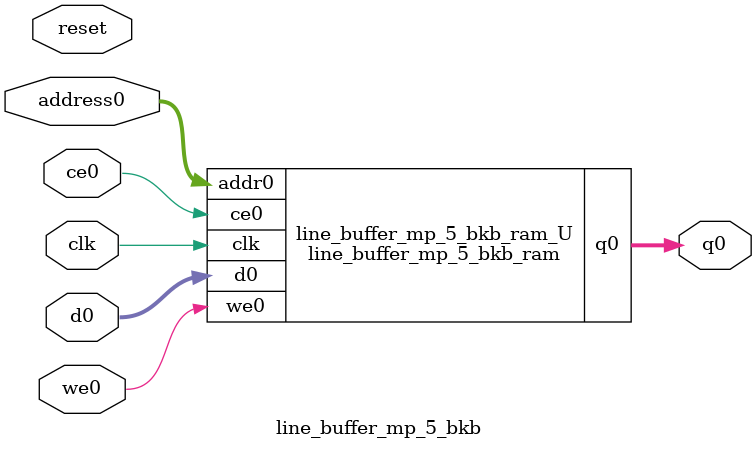
<source format=v>

`timescale 1 ns / 1 ps
module line_buffer_mp_5_bkb_ram (addr0, ce0, d0, we0, q0,  clk);

parameter DWIDTH = 16;
parameter AWIDTH = 13;
parameter MEM_SIZE = 5376;

input[AWIDTH-1:0] addr0;
input ce0;
input[DWIDTH-1:0] d0;
input we0;
output reg[DWIDTH-1:0] q0;
input clk;

(* ram_style = "block" *)reg [DWIDTH-1:0] ram[0:MEM_SIZE-1];




always @(posedge clk)  
begin 
    if (ce0) 
    begin
        if (we0) 
        begin 
            ram[addr0] <= d0; 
            q0 <= d0;
        end 
        else 
            q0 <= ram[addr0];
    end
end


endmodule


`timescale 1 ns / 1 ps
module line_buffer_mp_5_bkb(
    reset,
    clk,
    address0,
    ce0,
    we0,
    d0,
    q0);

parameter DataWidth = 32'd16;
parameter AddressRange = 32'd5376;
parameter AddressWidth = 32'd13;
input reset;
input clk;
input[AddressWidth - 1:0] address0;
input ce0;
input we0;
input[DataWidth - 1:0] d0;
output[DataWidth - 1:0] q0;



line_buffer_mp_5_bkb_ram line_buffer_mp_5_bkb_ram_U(
    .clk( clk ),
    .addr0( address0 ),
    .ce0( ce0 ),
    .d0( d0 ),
    .we0( we0 ),
    .q0( q0 ));

endmodule


</source>
